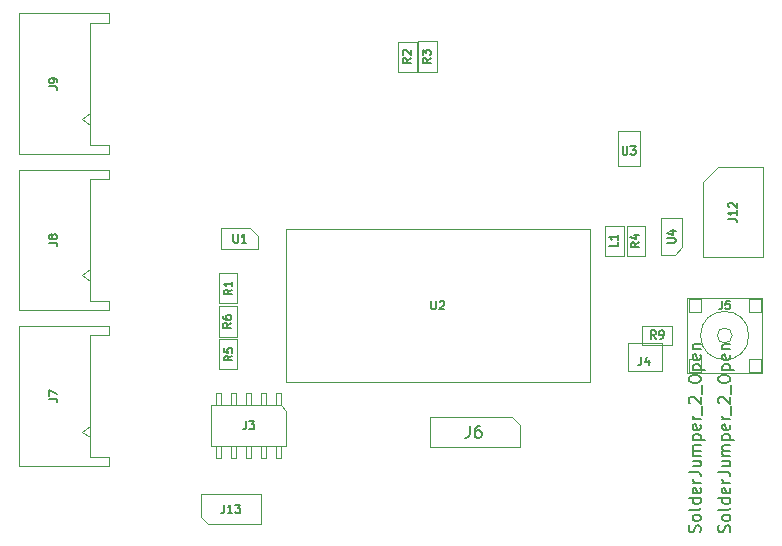
<source format=gbr>
G04 #@! TF.FileFunction,Other,Fab,Top*
%FSLAX46Y46*%
G04 Gerber Fmt 4.6, Leading zero omitted, Abs format (unit mm)*
G04 Created by KiCad (PCBNEW 4.0.7-e2-6376~58~ubuntu16.04.1) date Fri Jul  6 10:04:11 2018*
%MOMM*%
%LPD*%
G01*
G04 APERTURE LIST*
%ADD10C,0.150000*%
%ADD11C,0.100000*%
%ADD12C,0.050000*%
G04 APERTURE END LIST*
D10*
D11*
X117305000Y-111285000D02*
X117305000Y-107875000D01*
X123655000Y-108310000D02*
X123655000Y-111285000D01*
X117305000Y-107875000D02*
X123220000Y-107875000D01*
X123220000Y-107875000D02*
X123655000Y-108310000D01*
X123655000Y-111285000D02*
X117305000Y-111285000D01*
X123220000Y-107875000D02*
X123220000Y-106830000D01*
X123220000Y-106830000D02*
X122820000Y-106830000D01*
X122820000Y-106830000D02*
X122820000Y-107875000D01*
X123220000Y-111285000D02*
X123220000Y-112330000D01*
X123220000Y-112330000D02*
X122820000Y-112330000D01*
X122820000Y-112330000D02*
X122820000Y-111285000D01*
X121950000Y-107875000D02*
X121950000Y-106830000D01*
X121950000Y-106830000D02*
X121550000Y-106830000D01*
X121550000Y-106830000D02*
X121550000Y-107875000D01*
X121950000Y-111285000D02*
X121950000Y-112330000D01*
X121950000Y-112330000D02*
X121550000Y-112330000D01*
X121550000Y-112330000D02*
X121550000Y-111285000D01*
X120680000Y-107875000D02*
X120680000Y-106830000D01*
X120680000Y-106830000D02*
X120280000Y-106830000D01*
X120280000Y-106830000D02*
X120280000Y-107875000D01*
X120680000Y-111285000D02*
X120680000Y-112330000D01*
X120680000Y-112330000D02*
X120280000Y-112330000D01*
X120280000Y-112330000D02*
X120280000Y-111285000D01*
X119410000Y-107875000D02*
X119410000Y-106830000D01*
X119410000Y-106830000D02*
X119010000Y-106830000D01*
X119010000Y-106830000D02*
X119010000Y-107875000D01*
X119410000Y-111285000D02*
X119410000Y-112330000D01*
X119410000Y-112330000D02*
X119010000Y-112330000D01*
X119010000Y-112330000D02*
X119010000Y-111285000D01*
X118140000Y-107875000D02*
X118140000Y-106830000D01*
X118140000Y-106830000D02*
X117740000Y-106830000D01*
X117740000Y-106830000D02*
X117740000Y-107875000D01*
X118140000Y-111285000D02*
X118140000Y-112330000D01*
X118140000Y-112330000D02*
X117740000Y-112330000D01*
X117740000Y-112330000D02*
X117740000Y-111285000D01*
D12*
X123633000Y-92958400D02*
X125944400Y-92958400D01*
X125944400Y-92958400D02*
X149337800Y-92958400D01*
X149337800Y-92958400D02*
X149337800Y-105887000D01*
X149337800Y-105887000D02*
X123607600Y-105887000D01*
X123607600Y-105887000D02*
X123607600Y-92958400D01*
D11*
X120610000Y-92860000D02*
X121260000Y-93510000D01*
X121260000Y-94660000D02*
X121260000Y-93510000D01*
X120610000Y-92860000D02*
X118160000Y-92860000D01*
X118160000Y-94660000D02*
X118160000Y-92860000D01*
X121260000Y-94660000D02*
X118160000Y-94660000D01*
X157190000Y-94470000D02*
X156540000Y-95120000D01*
X155390000Y-95120000D02*
X156540000Y-95120000D01*
X157190000Y-94470000D02*
X157190000Y-92020000D01*
X155390000Y-92020000D02*
X157190000Y-92020000D01*
X155390000Y-95120000D02*
X155390000Y-92020000D01*
X116420000Y-117295000D02*
X116420000Y-115390000D01*
X116420000Y-115390000D02*
X121500000Y-115390000D01*
X121500000Y-115390000D02*
X121500000Y-117930000D01*
X121500000Y-117930000D02*
X117055000Y-117930000D01*
X117055000Y-117930000D02*
X116420000Y-117295000D01*
X160190000Y-87690000D02*
X164000000Y-87690000D01*
X164000000Y-87690000D02*
X164000000Y-95310000D01*
X164000000Y-95310000D02*
X158920000Y-95310000D01*
X158920000Y-95310000D02*
X158920000Y-88960000D01*
X158920000Y-88960000D02*
X160190000Y-87690000D01*
X162800000Y-98900000D02*
X163820000Y-98900000D01*
X163940000Y-98780000D02*
X163940000Y-105120000D01*
X157600000Y-105120000D02*
X163940000Y-105120000D01*
X157600000Y-98780000D02*
X157600000Y-105120000D01*
X157600000Y-98780000D02*
X163940000Y-98780000D01*
X158740000Y-98900000D02*
X158740000Y-99920000D01*
X157720000Y-99920000D02*
X158740000Y-99920000D01*
X158740000Y-103980000D02*
X158740000Y-105000000D01*
X157720000Y-103980000D02*
X158740000Y-103980000D01*
X162800000Y-98900000D02*
X162800000Y-99920000D01*
X162800000Y-99920000D02*
X163820000Y-99920000D01*
X163820000Y-103980000D02*
X162800000Y-103980000D01*
X162800000Y-103980000D02*
X162800000Y-105000000D01*
X163820000Y-98900000D02*
X163820000Y-99920000D01*
X157720000Y-98900000D02*
X157720000Y-99920000D01*
X157720000Y-98900000D02*
X158740000Y-98900000D01*
X157720000Y-105000000D02*
X158740000Y-105000000D01*
X157720000Y-105000000D02*
X157720000Y-103980000D01*
X163820000Y-103980000D02*
X163820000Y-105000000D01*
X162800000Y-105000000D02*
X163820000Y-105000000D01*
X162810000Y-101950000D02*
G75*
G03X162810000Y-101950000I-2040000J0D01*
G01*
X161405000Y-101950000D02*
G75*
G03X161405000Y-101950000I-635000J0D01*
G01*
X143410000Y-109515000D02*
X143410000Y-111420000D01*
X143410000Y-111420000D02*
X135790000Y-111420000D01*
X135790000Y-111420000D02*
X135790000Y-108880000D01*
X135790000Y-108880000D02*
X142775000Y-108880000D01*
X142775000Y-108880000D02*
X143410000Y-109515000D01*
D12*
X151720200Y-84662200D02*
X151720200Y-87583200D01*
X151720200Y-87583200D02*
X153599800Y-87583200D01*
X153599800Y-87583200D02*
X153599800Y-84662200D01*
X153599800Y-84662200D02*
X151720200Y-84662200D01*
D11*
X108640000Y-86580000D02*
X108640000Y-85780000D01*
X108640000Y-85780000D02*
X107040000Y-85780000D01*
X107040000Y-85780000D02*
X107040000Y-75480000D01*
X107040000Y-75480000D02*
X108640000Y-75480000D01*
X108640000Y-75480000D02*
X108640000Y-74680000D01*
X101040000Y-86580000D02*
X101040000Y-74680000D01*
X108640000Y-86580000D02*
X101040000Y-86580000D01*
X108640000Y-74680000D02*
X101040000Y-74680000D01*
X107040000Y-84130000D02*
X106332893Y-83630000D01*
X106332893Y-83630000D02*
X107040000Y-83130000D01*
X108640000Y-99810000D02*
X108640000Y-99010000D01*
X108640000Y-99010000D02*
X107040000Y-99010000D01*
X107040000Y-99010000D02*
X107040000Y-88710000D01*
X107040000Y-88710000D02*
X108640000Y-88710000D01*
X108640000Y-88710000D02*
X108640000Y-87910000D01*
X101040000Y-99810000D02*
X101040000Y-87910000D01*
X108640000Y-99810000D02*
X101040000Y-99810000D01*
X108640000Y-87910000D02*
X101040000Y-87910000D01*
X107040000Y-97360000D02*
X106332893Y-96860000D01*
X106332893Y-96860000D02*
X107040000Y-96360000D01*
X108640000Y-113030000D02*
X108640000Y-112230000D01*
X108640000Y-112230000D02*
X107040000Y-112230000D01*
X107040000Y-112230000D02*
X107040000Y-101930000D01*
X107040000Y-101930000D02*
X108640000Y-101930000D01*
X108640000Y-101930000D02*
X108640000Y-101130000D01*
X101040000Y-113030000D02*
X101040000Y-101130000D01*
X108640000Y-113030000D02*
X101040000Y-113030000D01*
X108640000Y-101130000D02*
X101040000Y-101130000D01*
X107040000Y-110580000D02*
X106332893Y-110080000D01*
X106332893Y-110080000D02*
X107040000Y-109580000D01*
D12*
X119507400Y-99494600D02*
X119507400Y-102060000D01*
X119507400Y-102060000D02*
X117932600Y-102060000D01*
X117932600Y-102060000D02*
X117932600Y-99494600D01*
X117932600Y-99494600D02*
X119507400Y-99494600D01*
X152237400Y-92664600D02*
X152237400Y-95230000D01*
X152237400Y-95230000D02*
X150662600Y-95230000D01*
X150662600Y-95230000D02*
X150662600Y-92664600D01*
X150662600Y-92664600D02*
X152237400Y-92664600D01*
X117932600Y-99215400D02*
X117932600Y-96650000D01*
X117932600Y-96650000D02*
X119507400Y-96650000D01*
X119507400Y-96650000D02*
X119507400Y-99215400D01*
X119507400Y-99215400D02*
X117932600Y-99215400D01*
X134717400Y-77064600D02*
X134717400Y-79630000D01*
X134717400Y-79630000D02*
X133142600Y-79630000D01*
X133142600Y-79630000D02*
X133142600Y-77064600D01*
X133142600Y-77064600D02*
X134717400Y-77064600D01*
X136407400Y-77054600D02*
X136407400Y-79620000D01*
X136407400Y-79620000D02*
X134832600Y-79620000D01*
X134832600Y-79620000D02*
X134832600Y-77054600D01*
X134832600Y-77054600D02*
X136407400Y-77054600D01*
X154047400Y-92664600D02*
X154047400Y-95230000D01*
X154047400Y-95230000D02*
X152472600Y-95230000D01*
X152472600Y-95230000D02*
X152472600Y-92664600D01*
X152472600Y-92664600D02*
X154047400Y-92664600D01*
X117932600Y-104815400D02*
X117932600Y-102250000D01*
X117932600Y-102250000D02*
X119507400Y-102250000D01*
X119507400Y-102250000D02*
X119507400Y-104815400D01*
X119507400Y-104815400D02*
X117932600Y-104815400D01*
X155462400Y-104481200D02*
X155462400Y-104913000D01*
X155462400Y-104913000D02*
X155462400Y-104963800D01*
X155462400Y-104963800D02*
X152541400Y-104963800D01*
X152541400Y-104963800D02*
X152541400Y-104481200D01*
X152541400Y-102601600D02*
X152541400Y-104481200D01*
X152541400Y-102601600D02*
X155462400Y-102601600D01*
X155462400Y-104481200D02*
X155462400Y-102601600D01*
X156335400Y-102737400D02*
X153770000Y-102737400D01*
X153770000Y-102737400D02*
X153770000Y-101162600D01*
X153770000Y-101162600D02*
X156335400Y-101162600D01*
X156335400Y-101162600D02*
X156335400Y-102737400D01*
D10*
X120246667Y-109196667D02*
X120246667Y-109696667D01*
X120213333Y-109796667D01*
X120146667Y-109863333D01*
X120046667Y-109896667D01*
X119980000Y-109896667D01*
X120513333Y-109196667D02*
X120946666Y-109196667D01*
X120713333Y-109463333D01*
X120813333Y-109463333D01*
X120880000Y-109496667D01*
X120913333Y-109530000D01*
X120946666Y-109596667D01*
X120946666Y-109763333D01*
X120913333Y-109830000D01*
X120880000Y-109863333D01*
X120813333Y-109896667D01*
X120613333Y-109896667D01*
X120546666Y-109863333D01*
X120513333Y-109830000D01*
X135926667Y-99026667D02*
X135926667Y-99593333D01*
X135960000Y-99660000D01*
X135993333Y-99693333D01*
X136060000Y-99726667D01*
X136193333Y-99726667D01*
X136260000Y-99693333D01*
X136293333Y-99660000D01*
X136326667Y-99593333D01*
X136326667Y-99026667D01*
X136626666Y-99093333D02*
X136660000Y-99060000D01*
X136726666Y-99026667D01*
X136893333Y-99026667D01*
X136960000Y-99060000D01*
X136993333Y-99093333D01*
X137026666Y-99160000D01*
X137026666Y-99226667D01*
X136993333Y-99326667D01*
X136593333Y-99726667D01*
X137026666Y-99726667D01*
X119176667Y-93376667D02*
X119176667Y-93943333D01*
X119210000Y-94010000D01*
X119243333Y-94043333D01*
X119310000Y-94076667D01*
X119443333Y-94076667D01*
X119510000Y-94043333D01*
X119543333Y-94010000D01*
X119576667Y-93943333D01*
X119576667Y-93376667D01*
X120276666Y-94076667D02*
X119876666Y-94076667D01*
X120076666Y-94076667D02*
X120076666Y-93376667D01*
X120010000Y-93476667D01*
X119943333Y-93543333D01*
X119876666Y-93576667D01*
X155906667Y-94103333D02*
X156473333Y-94103333D01*
X156540000Y-94070000D01*
X156573333Y-94036667D01*
X156606667Y-93970000D01*
X156606667Y-93836667D01*
X156573333Y-93770000D01*
X156540000Y-93736667D01*
X156473333Y-93703333D01*
X155906667Y-93703333D01*
X156140000Y-93070000D02*
X156606667Y-93070000D01*
X155873333Y-93236667D02*
X156373333Y-93403334D01*
X156373333Y-92970000D01*
X118393334Y-116276667D02*
X118393334Y-116776667D01*
X118360000Y-116876667D01*
X118293334Y-116943333D01*
X118193334Y-116976667D01*
X118126667Y-116976667D01*
X119093333Y-116976667D02*
X118693333Y-116976667D01*
X118893333Y-116976667D02*
X118893333Y-116276667D01*
X118826667Y-116376667D01*
X118760000Y-116443333D01*
X118693333Y-116476667D01*
X119326667Y-116276667D02*
X119760000Y-116276667D01*
X119526667Y-116543333D01*
X119626667Y-116543333D01*
X119693334Y-116576667D01*
X119726667Y-116610000D01*
X119760000Y-116676667D01*
X119760000Y-116843333D01*
X119726667Y-116910000D01*
X119693334Y-116943333D01*
X119626667Y-116976667D01*
X119426667Y-116976667D01*
X119360000Y-116943333D01*
X119326667Y-116910000D01*
X161076667Y-92066666D02*
X161576667Y-92066666D01*
X161676667Y-92100000D01*
X161743333Y-92166666D01*
X161776667Y-92266666D01*
X161776667Y-92333333D01*
X161776667Y-91366667D02*
X161776667Y-91766667D01*
X161776667Y-91566667D02*
X161076667Y-91566667D01*
X161176667Y-91633333D01*
X161243333Y-91700000D01*
X161276667Y-91766667D01*
X161143333Y-91100000D02*
X161110000Y-91066666D01*
X161076667Y-91000000D01*
X161076667Y-90833333D01*
X161110000Y-90766666D01*
X161143333Y-90733333D01*
X161210000Y-90700000D01*
X161276667Y-90700000D01*
X161376667Y-90733333D01*
X161776667Y-91133333D01*
X161776667Y-90700000D01*
X160536667Y-99016667D02*
X160536667Y-99516667D01*
X160503333Y-99616667D01*
X160436667Y-99683333D01*
X160336667Y-99716667D01*
X160270000Y-99716667D01*
X161203333Y-99016667D02*
X160870000Y-99016667D01*
X160836666Y-99350000D01*
X160870000Y-99316667D01*
X160936666Y-99283333D01*
X161103333Y-99283333D01*
X161170000Y-99316667D01*
X161203333Y-99350000D01*
X161236666Y-99416667D01*
X161236666Y-99583333D01*
X161203333Y-99650000D01*
X161170000Y-99683333D01*
X161103333Y-99716667D01*
X160936666Y-99716667D01*
X160870000Y-99683333D01*
X160836666Y-99650000D01*
X139186667Y-109602381D02*
X139186667Y-110316667D01*
X139139047Y-110459524D01*
X139043809Y-110554762D01*
X138900952Y-110602381D01*
X138805714Y-110602381D01*
X140091429Y-109602381D02*
X139900952Y-109602381D01*
X139805714Y-109650000D01*
X139758095Y-109697619D01*
X139662857Y-109840476D01*
X139615238Y-110030952D01*
X139615238Y-110411905D01*
X139662857Y-110507143D01*
X139710476Y-110554762D01*
X139805714Y-110602381D01*
X139996191Y-110602381D01*
X140091429Y-110554762D01*
X140139048Y-110507143D01*
X140186667Y-110411905D01*
X140186667Y-110173810D01*
X140139048Y-110078571D01*
X140091429Y-110030952D01*
X139996191Y-109983333D01*
X139805714Y-109983333D01*
X139710476Y-110030952D01*
X139662857Y-110078571D01*
X139615238Y-110173810D01*
X152126667Y-85946667D02*
X152126667Y-86513333D01*
X152160000Y-86580000D01*
X152193333Y-86613333D01*
X152260000Y-86646667D01*
X152393333Y-86646667D01*
X152460000Y-86613333D01*
X152493333Y-86580000D01*
X152526667Y-86513333D01*
X152526667Y-85946667D01*
X152793333Y-85946667D02*
X153226666Y-85946667D01*
X152993333Y-86213333D01*
X153093333Y-86213333D01*
X153160000Y-86246667D01*
X153193333Y-86280000D01*
X153226666Y-86346667D01*
X153226666Y-86513333D01*
X153193333Y-86580000D01*
X153160000Y-86613333D01*
X153093333Y-86646667D01*
X152893333Y-86646667D01*
X152826666Y-86613333D01*
X152793333Y-86580000D01*
X103556667Y-80863333D02*
X104056667Y-80863333D01*
X104156667Y-80896667D01*
X104223333Y-80963333D01*
X104256667Y-81063333D01*
X104256667Y-81130000D01*
X104256667Y-80496667D02*
X104256667Y-80363334D01*
X104223333Y-80296667D01*
X104190000Y-80263334D01*
X104090000Y-80196667D01*
X103956667Y-80163334D01*
X103690000Y-80163334D01*
X103623333Y-80196667D01*
X103590000Y-80230000D01*
X103556667Y-80296667D01*
X103556667Y-80430000D01*
X103590000Y-80496667D01*
X103623333Y-80530000D01*
X103690000Y-80563334D01*
X103856667Y-80563334D01*
X103923333Y-80530000D01*
X103956667Y-80496667D01*
X103990000Y-80430000D01*
X103990000Y-80296667D01*
X103956667Y-80230000D01*
X103923333Y-80196667D01*
X103856667Y-80163334D01*
X103556667Y-94093333D02*
X104056667Y-94093333D01*
X104156667Y-94126667D01*
X104223333Y-94193333D01*
X104256667Y-94293333D01*
X104256667Y-94360000D01*
X103856667Y-93660000D02*
X103823333Y-93726667D01*
X103790000Y-93760000D01*
X103723333Y-93793334D01*
X103690000Y-93793334D01*
X103623333Y-93760000D01*
X103590000Y-93726667D01*
X103556667Y-93660000D01*
X103556667Y-93526667D01*
X103590000Y-93460000D01*
X103623333Y-93426667D01*
X103690000Y-93393334D01*
X103723333Y-93393334D01*
X103790000Y-93426667D01*
X103823333Y-93460000D01*
X103856667Y-93526667D01*
X103856667Y-93660000D01*
X103890000Y-93726667D01*
X103923333Y-93760000D01*
X103990000Y-93793334D01*
X104123333Y-93793334D01*
X104190000Y-93760000D01*
X104223333Y-93726667D01*
X104256667Y-93660000D01*
X104256667Y-93526667D01*
X104223333Y-93460000D01*
X104190000Y-93426667D01*
X104123333Y-93393334D01*
X103990000Y-93393334D01*
X103923333Y-93426667D01*
X103890000Y-93460000D01*
X103856667Y-93526667D01*
X103556667Y-107313333D02*
X104056667Y-107313333D01*
X104156667Y-107346667D01*
X104223333Y-107413333D01*
X104256667Y-107513333D01*
X104256667Y-107580000D01*
X103556667Y-107046667D02*
X103556667Y-106580000D01*
X104256667Y-106880000D01*
X118985867Y-100881266D02*
X118652533Y-101114600D01*
X118985867Y-101281266D02*
X118285867Y-101281266D01*
X118285867Y-101014600D01*
X118319200Y-100947933D01*
X118352533Y-100914600D01*
X118419200Y-100881266D01*
X118519200Y-100881266D01*
X118585867Y-100914600D01*
X118619200Y-100947933D01*
X118652533Y-101014600D01*
X118652533Y-101281266D01*
X118285867Y-100281266D02*
X118285867Y-100414600D01*
X118319200Y-100481266D01*
X118352533Y-100514600D01*
X118452533Y-100581266D01*
X118585867Y-100614600D01*
X118852533Y-100614600D01*
X118919200Y-100581266D01*
X118952533Y-100547933D01*
X118985867Y-100481266D01*
X118985867Y-100347933D01*
X118952533Y-100281266D01*
X118919200Y-100247933D01*
X118852533Y-100214600D01*
X118685867Y-100214600D01*
X118619200Y-100247933D01*
X118585867Y-100281266D01*
X118552533Y-100347933D01*
X118552533Y-100481266D01*
X118585867Y-100547933D01*
X118619200Y-100581266D01*
X118685867Y-100614600D01*
X151715867Y-94051267D02*
X151715867Y-94384600D01*
X151015867Y-94384600D01*
X151715867Y-93451267D02*
X151715867Y-93851267D01*
X151715867Y-93651267D02*
X151015867Y-93651267D01*
X151115867Y-93717933D01*
X151182533Y-93784600D01*
X151215867Y-93851267D01*
X119087467Y-98062066D02*
X118754133Y-98295400D01*
X119087467Y-98462066D02*
X118387467Y-98462066D01*
X118387467Y-98195400D01*
X118420800Y-98128733D01*
X118454133Y-98095400D01*
X118520800Y-98062066D01*
X118620800Y-98062066D01*
X118687467Y-98095400D01*
X118720800Y-98128733D01*
X118754133Y-98195400D01*
X118754133Y-98462066D01*
X119087467Y-97395400D02*
X119087467Y-97795400D01*
X119087467Y-97595400D02*
X118387467Y-97595400D01*
X118487467Y-97662066D01*
X118554133Y-97728733D01*
X118587467Y-97795400D01*
X134195867Y-78451266D02*
X133862533Y-78684600D01*
X134195867Y-78851266D02*
X133495867Y-78851266D01*
X133495867Y-78584600D01*
X133529200Y-78517933D01*
X133562533Y-78484600D01*
X133629200Y-78451266D01*
X133729200Y-78451266D01*
X133795867Y-78484600D01*
X133829200Y-78517933D01*
X133862533Y-78584600D01*
X133862533Y-78851266D01*
X133562533Y-78184600D02*
X133529200Y-78151266D01*
X133495867Y-78084600D01*
X133495867Y-77917933D01*
X133529200Y-77851266D01*
X133562533Y-77817933D01*
X133629200Y-77784600D01*
X133695867Y-77784600D01*
X133795867Y-77817933D01*
X134195867Y-78217933D01*
X134195867Y-77784600D01*
X135885867Y-78441266D02*
X135552533Y-78674600D01*
X135885867Y-78841266D02*
X135185867Y-78841266D01*
X135185867Y-78574600D01*
X135219200Y-78507933D01*
X135252533Y-78474600D01*
X135319200Y-78441266D01*
X135419200Y-78441266D01*
X135485867Y-78474600D01*
X135519200Y-78507933D01*
X135552533Y-78574600D01*
X135552533Y-78841266D01*
X135185867Y-78207933D02*
X135185867Y-77774600D01*
X135452533Y-78007933D01*
X135452533Y-77907933D01*
X135485867Y-77841266D01*
X135519200Y-77807933D01*
X135585867Y-77774600D01*
X135752533Y-77774600D01*
X135819200Y-77807933D01*
X135852533Y-77841266D01*
X135885867Y-77907933D01*
X135885867Y-78107933D01*
X135852533Y-78174600D01*
X135819200Y-78207933D01*
X153525867Y-94051266D02*
X153192533Y-94284600D01*
X153525867Y-94451266D02*
X152825867Y-94451266D01*
X152825867Y-94184600D01*
X152859200Y-94117933D01*
X152892533Y-94084600D01*
X152959200Y-94051266D01*
X153059200Y-94051266D01*
X153125867Y-94084600D01*
X153159200Y-94117933D01*
X153192533Y-94184600D01*
X153192533Y-94451266D01*
X153059200Y-93451266D02*
X153525867Y-93451266D01*
X152792533Y-93617933D02*
X153292533Y-93784600D01*
X153292533Y-93351266D01*
X119087467Y-103662066D02*
X118754133Y-103895400D01*
X119087467Y-104062066D02*
X118387467Y-104062066D01*
X118387467Y-103795400D01*
X118420800Y-103728733D01*
X118454133Y-103695400D01*
X118520800Y-103662066D01*
X118620800Y-103662066D01*
X118687467Y-103695400D01*
X118720800Y-103728733D01*
X118754133Y-103795400D01*
X118754133Y-104062066D01*
X118387467Y-103028733D02*
X118387467Y-103362066D01*
X118720800Y-103395400D01*
X118687467Y-103362066D01*
X118654133Y-103295400D01*
X118654133Y-103128733D01*
X118687467Y-103062066D01*
X118720800Y-103028733D01*
X118787467Y-102995400D01*
X118954133Y-102995400D01*
X119020800Y-103028733D01*
X119054133Y-103062066D01*
X119087467Y-103128733D01*
X119087467Y-103295400D01*
X119054133Y-103362066D01*
X119020800Y-103395400D01*
X158684762Y-118596192D02*
X158732381Y-118453335D01*
X158732381Y-118215239D01*
X158684762Y-118120001D01*
X158637143Y-118072382D01*
X158541905Y-118024763D01*
X158446667Y-118024763D01*
X158351429Y-118072382D01*
X158303810Y-118120001D01*
X158256190Y-118215239D01*
X158208571Y-118405716D01*
X158160952Y-118500954D01*
X158113333Y-118548573D01*
X158018095Y-118596192D01*
X157922857Y-118596192D01*
X157827619Y-118548573D01*
X157780000Y-118500954D01*
X157732381Y-118405716D01*
X157732381Y-118167620D01*
X157780000Y-118024763D01*
X158732381Y-117453335D02*
X158684762Y-117548573D01*
X158637143Y-117596192D01*
X158541905Y-117643811D01*
X158256190Y-117643811D01*
X158160952Y-117596192D01*
X158113333Y-117548573D01*
X158065714Y-117453335D01*
X158065714Y-117310477D01*
X158113333Y-117215239D01*
X158160952Y-117167620D01*
X158256190Y-117120001D01*
X158541905Y-117120001D01*
X158637143Y-117167620D01*
X158684762Y-117215239D01*
X158732381Y-117310477D01*
X158732381Y-117453335D01*
X158732381Y-116548573D02*
X158684762Y-116643811D01*
X158589524Y-116691430D01*
X157732381Y-116691430D01*
X158732381Y-115739048D02*
X157732381Y-115739048D01*
X158684762Y-115739048D02*
X158732381Y-115834286D01*
X158732381Y-116024763D01*
X158684762Y-116120001D01*
X158637143Y-116167620D01*
X158541905Y-116215239D01*
X158256190Y-116215239D01*
X158160952Y-116167620D01*
X158113333Y-116120001D01*
X158065714Y-116024763D01*
X158065714Y-115834286D01*
X158113333Y-115739048D01*
X158684762Y-114881905D02*
X158732381Y-114977143D01*
X158732381Y-115167620D01*
X158684762Y-115262858D01*
X158589524Y-115310477D01*
X158208571Y-115310477D01*
X158113333Y-115262858D01*
X158065714Y-115167620D01*
X158065714Y-114977143D01*
X158113333Y-114881905D01*
X158208571Y-114834286D01*
X158303810Y-114834286D01*
X158399048Y-115310477D01*
X158732381Y-114405715D02*
X158065714Y-114405715D01*
X158256190Y-114405715D02*
X158160952Y-114358096D01*
X158113333Y-114310477D01*
X158065714Y-114215239D01*
X158065714Y-114120000D01*
X157732381Y-113500952D02*
X158446667Y-113500952D01*
X158589524Y-113548572D01*
X158684762Y-113643810D01*
X158732381Y-113786667D01*
X158732381Y-113881905D01*
X158065714Y-112596190D02*
X158732381Y-112596190D01*
X158065714Y-113024762D02*
X158589524Y-113024762D01*
X158684762Y-112977143D01*
X158732381Y-112881905D01*
X158732381Y-112739047D01*
X158684762Y-112643809D01*
X158637143Y-112596190D01*
X158732381Y-112120000D02*
X158065714Y-112120000D01*
X158160952Y-112120000D02*
X158113333Y-112072381D01*
X158065714Y-111977143D01*
X158065714Y-111834285D01*
X158113333Y-111739047D01*
X158208571Y-111691428D01*
X158732381Y-111691428D01*
X158208571Y-111691428D02*
X158113333Y-111643809D01*
X158065714Y-111548571D01*
X158065714Y-111405714D01*
X158113333Y-111310476D01*
X158208571Y-111262857D01*
X158732381Y-111262857D01*
X158065714Y-110786667D02*
X159065714Y-110786667D01*
X158113333Y-110786667D02*
X158065714Y-110691429D01*
X158065714Y-110500952D01*
X158113333Y-110405714D01*
X158160952Y-110358095D01*
X158256190Y-110310476D01*
X158541905Y-110310476D01*
X158637143Y-110358095D01*
X158684762Y-110405714D01*
X158732381Y-110500952D01*
X158732381Y-110691429D01*
X158684762Y-110786667D01*
X158684762Y-109500952D02*
X158732381Y-109596190D01*
X158732381Y-109786667D01*
X158684762Y-109881905D01*
X158589524Y-109929524D01*
X158208571Y-109929524D01*
X158113333Y-109881905D01*
X158065714Y-109786667D01*
X158065714Y-109596190D01*
X158113333Y-109500952D01*
X158208571Y-109453333D01*
X158303810Y-109453333D01*
X158399048Y-109929524D01*
X158732381Y-109024762D02*
X158065714Y-109024762D01*
X158256190Y-109024762D02*
X158160952Y-108977143D01*
X158113333Y-108929524D01*
X158065714Y-108834286D01*
X158065714Y-108739047D01*
X158827619Y-108643809D02*
X158827619Y-107881904D01*
X157827619Y-107691428D02*
X157780000Y-107643809D01*
X157732381Y-107548571D01*
X157732381Y-107310475D01*
X157780000Y-107215237D01*
X157827619Y-107167618D01*
X157922857Y-107119999D01*
X158018095Y-107119999D01*
X158160952Y-107167618D01*
X158732381Y-107739047D01*
X158732381Y-107119999D01*
X158827619Y-106929523D02*
X158827619Y-106167618D01*
X157732381Y-105739047D02*
X157732381Y-105548570D01*
X157780000Y-105453332D01*
X157875238Y-105358094D01*
X158065714Y-105310475D01*
X158399048Y-105310475D01*
X158589524Y-105358094D01*
X158684762Y-105453332D01*
X158732381Y-105548570D01*
X158732381Y-105739047D01*
X158684762Y-105834285D01*
X158589524Y-105929523D01*
X158399048Y-105977142D01*
X158065714Y-105977142D01*
X157875238Y-105929523D01*
X157780000Y-105834285D01*
X157732381Y-105739047D01*
X158065714Y-104881904D02*
X159065714Y-104881904D01*
X158113333Y-104881904D02*
X158065714Y-104786666D01*
X158065714Y-104596189D01*
X158113333Y-104500951D01*
X158160952Y-104453332D01*
X158256190Y-104405713D01*
X158541905Y-104405713D01*
X158637143Y-104453332D01*
X158684762Y-104500951D01*
X158732381Y-104596189D01*
X158732381Y-104786666D01*
X158684762Y-104881904D01*
X158684762Y-103596189D02*
X158732381Y-103691427D01*
X158732381Y-103881904D01*
X158684762Y-103977142D01*
X158589524Y-104024761D01*
X158208571Y-104024761D01*
X158113333Y-103977142D01*
X158065714Y-103881904D01*
X158065714Y-103691427D01*
X158113333Y-103596189D01*
X158208571Y-103548570D01*
X158303810Y-103548570D01*
X158399048Y-104024761D01*
X158065714Y-103119999D02*
X158732381Y-103119999D01*
X158160952Y-103119999D02*
X158113333Y-103072380D01*
X158065714Y-102977142D01*
X158065714Y-102834284D01*
X158113333Y-102739046D01*
X158208571Y-102691427D01*
X158732381Y-102691427D01*
X161184762Y-118596192D02*
X161232381Y-118453335D01*
X161232381Y-118215239D01*
X161184762Y-118120001D01*
X161137143Y-118072382D01*
X161041905Y-118024763D01*
X160946667Y-118024763D01*
X160851429Y-118072382D01*
X160803810Y-118120001D01*
X160756190Y-118215239D01*
X160708571Y-118405716D01*
X160660952Y-118500954D01*
X160613333Y-118548573D01*
X160518095Y-118596192D01*
X160422857Y-118596192D01*
X160327619Y-118548573D01*
X160280000Y-118500954D01*
X160232381Y-118405716D01*
X160232381Y-118167620D01*
X160280000Y-118024763D01*
X161232381Y-117453335D02*
X161184762Y-117548573D01*
X161137143Y-117596192D01*
X161041905Y-117643811D01*
X160756190Y-117643811D01*
X160660952Y-117596192D01*
X160613333Y-117548573D01*
X160565714Y-117453335D01*
X160565714Y-117310477D01*
X160613333Y-117215239D01*
X160660952Y-117167620D01*
X160756190Y-117120001D01*
X161041905Y-117120001D01*
X161137143Y-117167620D01*
X161184762Y-117215239D01*
X161232381Y-117310477D01*
X161232381Y-117453335D01*
X161232381Y-116548573D02*
X161184762Y-116643811D01*
X161089524Y-116691430D01*
X160232381Y-116691430D01*
X161232381Y-115739048D02*
X160232381Y-115739048D01*
X161184762Y-115739048D02*
X161232381Y-115834286D01*
X161232381Y-116024763D01*
X161184762Y-116120001D01*
X161137143Y-116167620D01*
X161041905Y-116215239D01*
X160756190Y-116215239D01*
X160660952Y-116167620D01*
X160613333Y-116120001D01*
X160565714Y-116024763D01*
X160565714Y-115834286D01*
X160613333Y-115739048D01*
X161184762Y-114881905D02*
X161232381Y-114977143D01*
X161232381Y-115167620D01*
X161184762Y-115262858D01*
X161089524Y-115310477D01*
X160708571Y-115310477D01*
X160613333Y-115262858D01*
X160565714Y-115167620D01*
X160565714Y-114977143D01*
X160613333Y-114881905D01*
X160708571Y-114834286D01*
X160803810Y-114834286D01*
X160899048Y-115310477D01*
X161232381Y-114405715D02*
X160565714Y-114405715D01*
X160756190Y-114405715D02*
X160660952Y-114358096D01*
X160613333Y-114310477D01*
X160565714Y-114215239D01*
X160565714Y-114120000D01*
X160232381Y-113500952D02*
X160946667Y-113500952D01*
X161089524Y-113548572D01*
X161184762Y-113643810D01*
X161232381Y-113786667D01*
X161232381Y-113881905D01*
X160565714Y-112596190D02*
X161232381Y-112596190D01*
X160565714Y-113024762D02*
X161089524Y-113024762D01*
X161184762Y-112977143D01*
X161232381Y-112881905D01*
X161232381Y-112739047D01*
X161184762Y-112643809D01*
X161137143Y-112596190D01*
X161232381Y-112120000D02*
X160565714Y-112120000D01*
X160660952Y-112120000D02*
X160613333Y-112072381D01*
X160565714Y-111977143D01*
X160565714Y-111834285D01*
X160613333Y-111739047D01*
X160708571Y-111691428D01*
X161232381Y-111691428D01*
X160708571Y-111691428D02*
X160613333Y-111643809D01*
X160565714Y-111548571D01*
X160565714Y-111405714D01*
X160613333Y-111310476D01*
X160708571Y-111262857D01*
X161232381Y-111262857D01*
X160565714Y-110786667D02*
X161565714Y-110786667D01*
X160613333Y-110786667D02*
X160565714Y-110691429D01*
X160565714Y-110500952D01*
X160613333Y-110405714D01*
X160660952Y-110358095D01*
X160756190Y-110310476D01*
X161041905Y-110310476D01*
X161137143Y-110358095D01*
X161184762Y-110405714D01*
X161232381Y-110500952D01*
X161232381Y-110691429D01*
X161184762Y-110786667D01*
X161184762Y-109500952D02*
X161232381Y-109596190D01*
X161232381Y-109786667D01*
X161184762Y-109881905D01*
X161089524Y-109929524D01*
X160708571Y-109929524D01*
X160613333Y-109881905D01*
X160565714Y-109786667D01*
X160565714Y-109596190D01*
X160613333Y-109500952D01*
X160708571Y-109453333D01*
X160803810Y-109453333D01*
X160899048Y-109929524D01*
X161232381Y-109024762D02*
X160565714Y-109024762D01*
X160756190Y-109024762D02*
X160660952Y-108977143D01*
X160613333Y-108929524D01*
X160565714Y-108834286D01*
X160565714Y-108739047D01*
X161327619Y-108643809D02*
X161327619Y-107881904D01*
X160327619Y-107691428D02*
X160280000Y-107643809D01*
X160232381Y-107548571D01*
X160232381Y-107310475D01*
X160280000Y-107215237D01*
X160327619Y-107167618D01*
X160422857Y-107119999D01*
X160518095Y-107119999D01*
X160660952Y-107167618D01*
X161232381Y-107739047D01*
X161232381Y-107119999D01*
X161327619Y-106929523D02*
X161327619Y-106167618D01*
X160232381Y-105739047D02*
X160232381Y-105548570D01*
X160280000Y-105453332D01*
X160375238Y-105358094D01*
X160565714Y-105310475D01*
X160899048Y-105310475D01*
X161089524Y-105358094D01*
X161184762Y-105453332D01*
X161232381Y-105548570D01*
X161232381Y-105739047D01*
X161184762Y-105834285D01*
X161089524Y-105929523D01*
X160899048Y-105977142D01*
X160565714Y-105977142D01*
X160375238Y-105929523D01*
X160280000Y-105834285D01*
X160232381Y-105739047D01*
X160565714Y-104881904D02*
X161565714Y-104881904D01*
X160613333Y-104881904D02*
X160565714Y-104786666D01*
X160565714Y-104596189D01*
X160613333Y-104500951D01*
X160660952Y-104453332D01*
X160756190Y-104405713D01*
X161041905Y-104405713D01*
X161137143Y-104453332D01*
X161184762Y-104500951D01*
X161232381Y-104596189D01*
X161232381Y-104786666D01*
X161184762Y-104881904D01*
X161184762Y-103596189D02*
X161232381Y-103691427D01*
X161232381Y-103881904D01*
X161184762Y-103977142D01*
X161089524Y-104024761D01*
X160708571Y-104024761D01*
X160613333Y-103977142D01*
X160565714Y-103881904D01*
X160565714Y-103691427D01*
X160613333Y-103596189D01*
X160708571Y-103548570D01*
X160803810Y-103548570D01*
X160899048Y-104024761D01*
X160565714Y-103119999D02*
X161232381Y-103119999D01*
X160660952Y-103119999D02*
X160613333Y-103072380D01*
X160565714Y-102977142D01*
X160565714Y-102834284D01*
X160613333Y-102739046D01*
X160708571Y-102691427D01*
X161232381Y-102691427D01*
X153705067Y-103767667D02*
X153705067Y-104267667D01*
X153671733Y-104367667D01*
X153605067Y-104434333D01*
X153505067Y-104467667D01*
X153438400Y-104467667D01*
X154338400Y-104001000D02*
X154338400Y-104467667D01*
X154171733Y-103734333D02*
X154005066Y-104234333D01*
X154438400Y-104234333D01*
X154948734Y-102215867D02*
X154715400Y-101882533D01*
X154548734Y-102215867D02*
X154548734Y-101515867D01*
X154815400Y-101515867D01*
X154882067Y-101549200D01*
X154915400Y-101582533D01*
X154948734Y-101649200D01*
X154948734Y-101749200D01*
X154915400Y-101815867D01*
X154882067Y-101849200D01*
X154815400Y-101882533D01*
X154548734Y-101882533D01*
X155282067Y-102215867D02*
X155415400Y-102215867D01*
X155482067Y-102182533D01*
X155515400Y-102149200D01*
X155582067Y-102049200D01*
X155615400Y-101915867D01*
X155615400Y-101649200D01*
X155582067Y-101582533D01*
X155548734Y-101549200D01*
X155482067Y-101515867D01*
X155348734Y-101515867D01*
X155282067Y-101549200D01*
X155248734Y-101582533D01*
X155215400Y-101649200D01*
X155215400Y-101815867D01*
X155248734Y-101882533D01*
X155282067Y-101915867D01*
X155348734Y-101949200D01*
X155482067Y-101949200D01*
X155548734Y-101915867D01*
X155582067Y-101882533D01*
X155615400Y-101815867D01*
M02*

</source>
